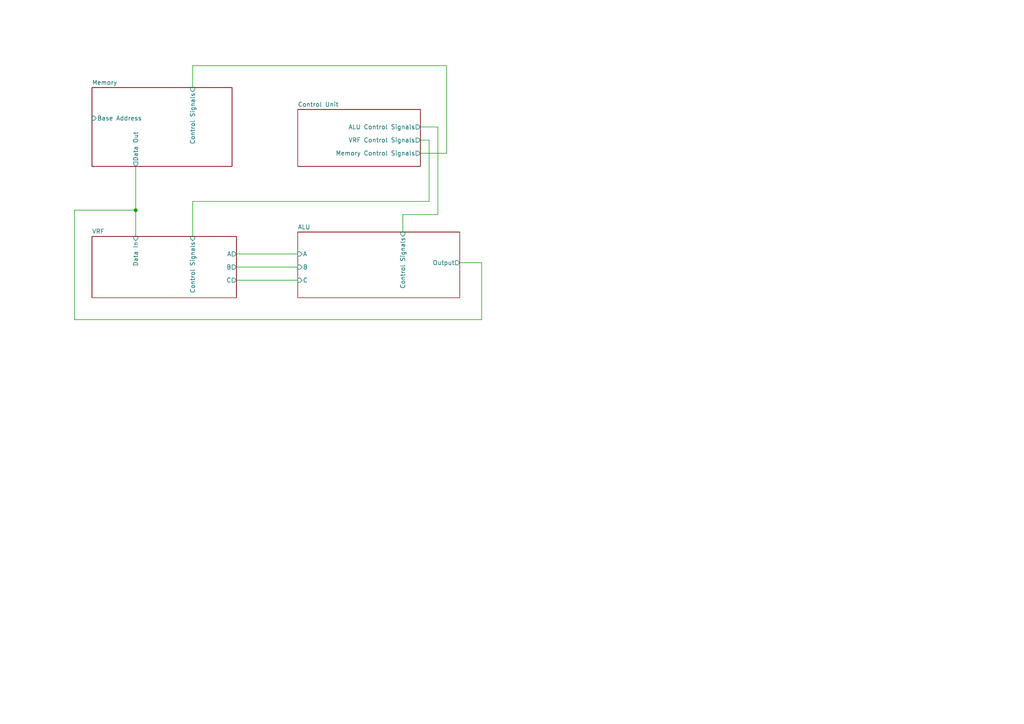
<source format=kicad_sch>
(kicad_sch (version 20230121) (generator eeschema)
  (paper "A4")
  (lib_symbols)
  (junction (at 39.37 60.96))
  (wire (pts (xy 127 36.83) (xy 127 62.23)))
  (wire (pts (xy 121.92 36.83) (xy 127 36.83)))
  (wire (pts (xy 55.88 58.42) (xy 55.88 68.58)))
  (wire (pts (xy 124.46 58.42) (xy 55.88 58.42)))
  (wire (pts (xy 55.88 19.05) (xy 55.88 25.4)))
  (wire (pts (xy 68.58 77.47) (xy 86.36 77.47)))
  (wire (pts (xy 127 62.23) (xy 116.84 62.23)))
  (wire (pts (xy 68.58 81.28) (xy 86.36 81.28)))
  (wire (pts (xy 139.7 92.71) (xy 21.59 92.71)))
  (wire (pts (xy 124.46 40.64) (xy 124.46 58.42)))
  (wire (pts (xy 121.92 40.64) (xy 124.46 40.64)))
  (wire (pts (xy 121.92 44.45) (xy 129.54 44.45)))
  (wire (pts (xy 21.59 60.96) (xy 39.37 60.96)))
  (wire (pts (xy 129.54 44.45) (xy 129.54 19.05)))
  (wire (pts (xy 21.59 92.71) (xy 21.59 60.96)))
  (wire (pts (xy 139.7 76.2) (xy 139.7 92.71)))
  (wire (pts (xy 68.58 73.66) (xy 86.36 73.66)))
  (wire (pts (xy 129.54 19.05) (xy 55.88 19.05)))
  (wire (pts (xy 133.35 76.2) (xy 139.7 76.2)))
  (wire (pts (xy 39.37 48.26) (xy 39.37 60.96)))
  (wire (pts (xy 116.84 62.23) (xy 116.84 67.31)))
  (wire (pts (xy 39.37 60.96) (xy 39.37 68.58)))
  (sheet (at 86.36 67.31) (size 46.99 19.05) (stroke (width 0.1524))
    (property "Sheetname" "ALU" (at 86.36 66.5984 0) (effects (justify left bottom)))
    (property "Sheetfile" "ALU.kicad_sch" (effects hide))
    (pin "A" input (at 86.36 73.66 180))
    (pin "B" input (at 86.36 77.47 180))
    (pin "C" input (at 86.36 81.28 180))
    (pin "Output" output (at 133.35 76.2 0))
    (pin "Control Signals" input (at 116.84 67.31 90))
  )
  (sheet (at 86.36 31.75) (size 35.56 16.51) (stroke (width 0.1524))
    (property "Sheetname" "Control Unit" (at 86.36 31.0384 0) (effects (justify left bottom)))
    (property "Sheetfile" "control_unit.kicad_sch" (effects hide))
    (pin "VRF Control Signals" output (at 121.92 40.64 0))
    (pin "ALU Control Signals" output (at 121.92 36.83 0))
    (pin "Memory Control Signals" output (at 121.92 44.45 0))
  )
  (sheet (at 26.67 25.4) (size 40.64 22.86) (stroke (width 0.1524))
    (property "Sheetname" "Memory" (at 26.67 24.6884 0) (effects (justify left bottom)))
    (property "Sheetfile" "memory.kicad_sch" (effects hide))
    (pin "Base Address" input (at 26.67 34.29 180))
    (pin "Data Out" output (at 39.37 48.26 270))
    (pin "Control Signals" input (at 55.88 25.4 90))
  )
  (sheet (at 26.67 68.58) (size 41.91 17.78) (stroke (width 0.1524))
    (property "Sheetname" "VRF" (at 26.67 67.8684 0) (effects (justify left bottom)))
    (property "Sheetfile" "vrf.kicad_sch" (effects hide))
    (pin "B" output (at 68.58 77.47 0))
    (pin "Control Signals" input (at 55.88 68.58 90))
    (pin "C" output (at 68.58 81.28 0))
    (pin "A" output (at 68.58 73.66 0))
    (pin "Data In" input (at 39.37 68.58 90))
  )
)
</source>
